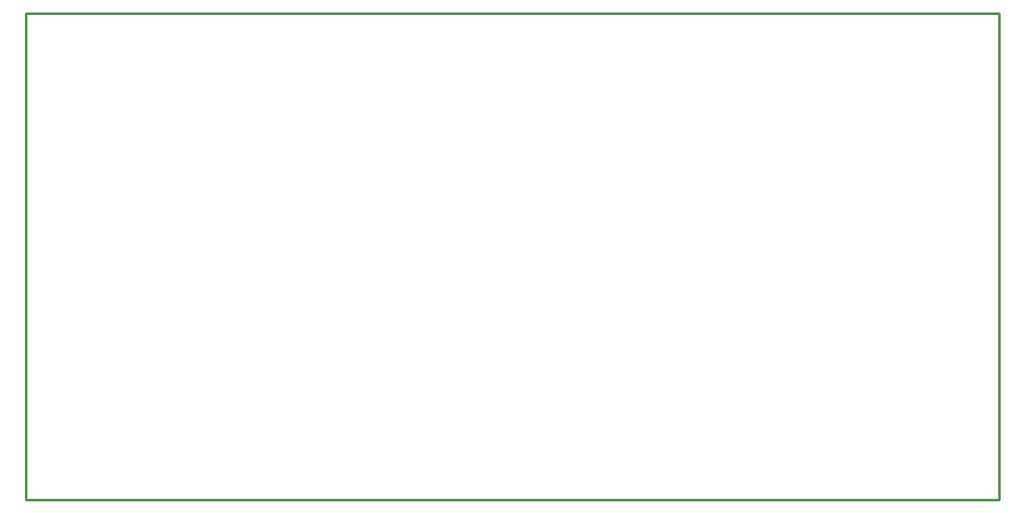
<source format=gko>
G04 Layer: BoardOutline*
G04 EasyEDA v6.4.25, 2021-12-06T09:29:09+01:00*
G04 709bd2a449c44a659231e49a93e94fa4,7d3f4a13764643a7838717c5c1d40531,10*
G04 Gerber Generator version 0.2*
G04 Scale: 100 percent, Rotated: No, Reflected: No *
G04 Dimensions in inches *
G04 leading zeros omitted , absolute positions ,3 integer and 6 decimal *
%FSLAX36Y36*%
%MOIN*%

%ADD10C,0.0100*%
D10*
X0Y1850000D02*
G01*
X0Y1950000D01*
X3900000Y1950000D01*
X3900000Y0D01*
X0Y0D01*
X0Y0D02*
G01*
X0Y1850000D01*

%LPD*%
M02*

</source>
